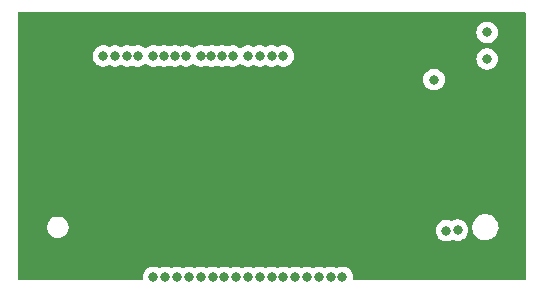
<source format=gbr>
G04 #@! TF.GenerationSoftware,KiCad,Pcbnew,6.0.7-1.fc35*
G04 #@! TF.CreationDate,2022-09-05T19:13:25-05:00*
G04 #@! TF.ProjectId,lcd-adapter,6c63642d-6164-4617-9074-65722e6b6963,rev?*
G04 #@! TF.SameCoordinates,Original*
G04 #@! TF.FileFunction,Copper,L2,Inr*
G04 #@! TF.FilePolarity,Positive*
%FSLAX46Y46*%
G04 Gerber Fmt 4.6, Leading zero omitted, Abs format (unit mm)*
G04 Created by KiCad (PCBNEW 6.0.7-1.fc35) date 2022-09-05 19:13:25*
%MOMM*%
%LPD*%
G01*
G04 APERTURE LIST*
G04 #@! TA.AperFunction,ViaPad*
%ADD10C,0.800000*%
G04 #@! TD*
G04 APERTURE END LIST*
D10*
G04 #@! TO.N,+3.3V*
X138250000Y-93750000D03*
X137300000Y-93800000D03*
G04 #@! TO.N,GND*
X134000000Y-93500000D03*
X132500000Y-84250000D03*
X132525000Y-87225000D03*
X130250000Y-93500000D03*
X106750000Y-93500000D03*
X142000000Y-82250000D03*
X129250000Y-80250000D03*
X132250000Y-93500000D03*
X135750000Y-93500000D03*
X102750000Y-76750000D03*
X111250000Y-83000000D03*
X120500000Y-93500000D03*
X140775000Y-82000000D03*
X111500000Y-76750000D03*
X102250000Y-93500000D03*
X115500000Y-76750000D03*
X109500000Y-93500000D03*
X125109500Y-93290069D03*
X107609500Y-83000000D03*
X123750000Y-76750000D03*
X136750000Y-79750000D03*
X131250000Y-85750000D03*
X125685966Y-88104499D03*
X107250000Y-76750000D03*
X105500000Y-79500000D03*
X119500000Y-76750000D03*
G04 #@! TO.N,/PIN_J24 P*
X121500000Y-79000000D03*
G04 #@! TO.N,/PIN_N19 P*
X126500000Y-97750000D03*
G04 #@! TO.N,/PIN_E21 P*
X117399503Y-79000000D03*
G04 #@! TO.N,/PIN_G25 P*
X120500000Y-97750000D03*
G04 #@! TO.N,/PIN_A23 P*
X114500000Y-97750000D03*
G04 #@! TO.N,/PIN_D26 P*
X116500000Y-97750000D03*
G04 #@! TO.N,/PIN_L22 P*
X128500000Y-97750000D03*
G04 #@! TO.N,/PIN_E25 P*
X113399503Y-79000000D03*
G04 #@! TO.N,/PIN_J21 P*
X124500000Y-97750000D03*
G04 #@! TO.N,/PIN_D23 P*
X111149503Y-79000000D03*
G04 #@! TO.N,/PIN_J26 P*
X122500000Y-97750000D03*
G04 #@! TO.N,/PIN_F22 P*
X109250000Y-79000000D03*
G04 #@! TO.N,/PIN_F25 P*
X118500000Y-97750000D03*
G04 #@! TO.N,/PIN_H21 P*
X119198509Y-79000000D03*
G04 #@! TO.N,/PIN_M24 P*
X123500000Y-79000000D03*
G04 #@! TO.N,/PIN_G22_P*
X115250000Y-79000000D03*
G04 #@! TO.N,/VLED-*
X140750000Y-77000000D03*
X140750000Y-79250000D03*
G04 #@! TO.N,/PIN_L24_N*
X122500000Y-79000000D03*
G04 #@! TO.N,/PIN_J25_N*
X120500000Y-79000000D03*
G04 #@! TO.N,/PIN_G21_N*
X118299006Y-79000000D03*
G04 #@! TO.N,/PIN_E22_N*
X116500000Y-79000000D03*
G04 #@! TO.N,/PIN_F23_N*
X114299006Y-79000000D03*
G04 #@! TO.N,/PIN_D25_N*
X112500000Y-79000000D03*
G04 #@! TO.N,/PIN_D24_N*
X110250000Y-79000000D03*
G04 #@! TO.N,/PIN_E23_N*
X108250000Y-79000000D03*
G04 #@! TO.N,/PIN_K22_N*
X127500000Y-97750000D03*
G04 #@! TO.N,/PIN_M20_N*
X125500000Y-97750000D03*
G04 #@! TO.N,/PIN_H22_N*
X123500000Y-97750000D03*
G04 #@! TO.N,/PIN_H26_N*
X121500000Y-97750000D03*
G04 #@! TO.N,/PIN_G26_N*
X119500000Y-97750000D03*
G04 #@! TO.N,/PIN_E26_N*
X117500000Y-97750000D03*
G04 #@! TO.N,/PIN_C26_N*
X115500000Y-97750000D03*
G04 #@! TO.N,/PIN_A24_N*
X113500000Y-97750000D03*
G04 #@! TO.N,/PIN_B20 P*
X112500000Y-97750000D03*
G04 #@! TO.N,/PIN_J32 N*
X136250000Y-81000000D03*
G04 #@! TD*
G04 #@! TA.AperFunction,Conductor*
G04 #@! TO.N,GND*
G36*
X143942121Y-75270002D02*
G01*
X143988614Y-75323658D01*
X144000000Y-75376000D01*
X144000000Y-97874000D01*
X143979998Y-97942121D01*
X143926342Y-97988614D01*
X143874000Y-98000000D01*
X129527165Y-98000000D01*
X129459044Y-97979998D01*
X129412551Y-97926342D01*
X129401855Y-97860831D01*
X129413504Y-97750000D01*
X129393542Y-97560072D01*
X129334527Y-97378444D01*
X129239040Y-97213056D01*
X129111253Y-97071134D01*
X129004708Y-96993724D01*
X128962094Y-96962763D01*
X128962093Y-96962762D01*
X128956752Y-96958882D01*
X128950724Y-96956198D01*
X128950722Y-96956197D01*
X128788319Y-96883891D01*
X128788318Y-96883891D01*
X128782288Y-96881206D01*
X128688887Y-96861353D01*
X128601944Y-96842872D01*
X128601939Y-96842872D01*
X128595487Y-96841500D01*
X128404513Y-96841500D01*
X128398061Y-96842872D01*
X128398056Y-96842872D01*
X128311113Y-96861353D01*
X128217712Y-96881206D01*
X128051248Y-96955320D01*
X127980882Y-96964754D01*
X127948753Y-96955320D01*
X127782288Y-96881206D01*
X127688887Y-96861353D01*
X127601944Y-96842872D01*
X127601939Y-96842872D01*
X127595487Y-96841500D01*
X127404513Y-96841500D01*
X127398061Y-96842872D01*
X127398056Y-96842872D01*
X127311113Y-96861353D01*
X127217712Y-96881206D01*
X127051248Y-96955320D01*
X126980882Y-96964754D01*
X126948753Y-96955320D01*
X126782288Y-96881206D01*
X126688887Y-96861353D01*
X126601944Y-96842872D01*
X126601939Y-96842872D01*
X126595487Y-96841500D01*
X126404513Y-96841500D01*
X126398061Y-96842872D01*
X126398056Y-96842872D01*
X126311113Y-96861353D01*
X126217712Y-96881206D01*
X126051248Y-96955320D01*
X125980882Y-96964754D01*
X125948753Y-96955320D01*
X125782288Y-96881206D01*
X125688887Y-96861353D01*
X125601944Y-96842872D01*
X125601939Y-96842872D01*
X125595487Y-96841500D01*
X125404513Y-96841500D01*
X125398061Y-96842872D01*
X125398056Y-96842872D01*
X125311113Y-96861353D01*
X125217712Y-96881206D01*
X125051248Y-96955320D01*
X124980882Y-96964754D01*
X124948753Y-96955320D01*
X124782288Y-96881206D01*
X124688887Y-96861353D01*
X124601944Y-96842872D01*
X124601939Y-96842872D01*
X124595487Y-96841500D01*
X124404513Y-96841500D01*
X124398061Y-96842872D01*
X124398056Y-96842872D01*
X124311113Y-96861353D01*
X124217712Y-96881206D01*
X124051248Y-96955320D01*
X123980882Y-96964754D01*
X123948753Y-96955320D01*
X123782288Y-96881206D01*
X123688887Y-96861353D01*
X123601944Y-96842872D01*
X123601939Y-96842872D01*
X123595487Y-96841500D01*
X123404513Y-96841500D01*
X123398061Y-96842872D01*
X123398056Y-96842872D01*
X123311113Y-96861353D01*
X123217712Y-96881206D01*
X123051248Y-96955320D01*
X122980882Y-96964754D01*
X122948753Y-96955320D01*
X122782288Y-96881206D01*
X122688887Y-96861353D01*
X122601944Y-96842872D01*
X122601939Y-96842872D01*
X122595487Y-96841500D01*
X122404513Y-96841500D01*
X122398061Y-96842872D01*
X122398056Y-96842872D01*
X122311113Y-96861353D01*
X122217712Y-96881206D01*
X122051248Y-96955320D01*
X121980882Y-96964754D01*
X121948753Y-96955320D01*
X121782288Y-96881206D01*
X121688887Y-96861353D01*
X121601944Y-96842872D01*
X121601939Y-96842872D01*
X121595487Y-96841500D01*
X121404513Y-96841500D01*
X121398061Y-96842872D01*
X121398056Y-96842872D01*
X121311113Y-96861353D01*
X121217712Y-96881206D01*
X121051248Y-96955320D01*
X120980882Y-96964754D01*
X120948753Y-96955320D01*
X120782288Y-96881206D01*
X120688887Y-96861353D01*
X120601944Y-96842872D01*
X120601939Y-96842872D01*
X120595487Y-96841500D01*
X120404513Y-96841500D01*
X120398061Y-96842872D01*
X120398056Y-96842872D01*
X120311113Y-96861353D01*
X120217712Y-96881206D01*
X120051248Y-96955320D01*
X119980882Y-96964754D01*
X119948753Y-96955320D01*
X119782288Y-96881206D01*
X119688887Y-96861353D01*
X119601944Y-96842872D01*
X119601939Y-96842872D01*
X119595487Y-96841500D01*
X119404513Y-96841500D01*
X119398061Y-96842872D01*
X119398056Y-96842872D01*
X119311113Y-96861353D01*
X119217712Y-96881206D01*
X119051248Y-96955320D01*
X118980882Y-96964754D01*
X118948753Y-96955320D01*
X118782288Y-96881206D01*
X118688887Y-96861353D01*
X118601944Y-96842872D01*
X118601939Y-96842872D01*
X118595487Y-96841500D01*
X118404513Y-96841500D01*
X118398061Y-96842872D01*
X118398056Y-96842872D01*
X118311113Y-96861353D01*
X118217712Y-96881206D01*
X118051248Y-96955320D01*
X117980882Y-96964754D01*
X117948753Y-96955320D01*
X117782288Y-96881206D01*
X117688887Y-96861353D01*
X117601944Y-96842872D01*
X117601939Y-96842872D01*
X117595487Y-96841500D01*
X117404513Y-96841500D01*
X117398061Y-96842872D01*
X117398056Y-96842872D01*
X117311113Y-96861353D01*
X117217712Y-96881206D01*
X117051248Y-96955320D01*
X116980882Y-96964754D01*
X116948753Y-96955320D01*
X116782288Y-96881206D01*
X116688887Y-96861353D01*
X116601944Y-96842872D01*
X116601939Y-96842872D01*
X116595487Y-96841500D01*
X116404513Y-96841500D01*
X116398061Y-96842872D01*
X116398056Y-96842872D01*
X116311113Y-96861353D01*
X116217712Y-96881206D01*
X116051248Y-96955320D01*
X115980882Y-96964754D01*
X115948753Y-96955320D01*
X115782288Y-96881206D01*
X115688887Y-96861353D01*
X115601944Y-96842872D01*
X115601939Y-96842872D01*
X115595487Y-96841500D01*
X115404513Y-96841500D01*
X115398061Y-96842872D01*
X115398056Y-96842872D01*
X115311113Y-96861353D01*
X115217712Y-96881206D01*
X115051248Y-96955320D01*
X114980882Y-96964754D01*
X114948753Y-96955320D01*
X114782288Y-96881206D01*
X114688887Y-96861353D01*
X114601944Y-96842872D01*
X114601939Y-96842872D01*
X114595487Y-96841500D01*
X114404513Y-96841500D01*
X114398061Y-96842872D01*
X114398056Y-96842872D01*
X114311113Y-96861353D01*
X114217712Y-96881206D01*
X114051248Y-96955320D01*
X113980882Y-96964754D01*
X113948753Y-96955320D01*
X113782288Y-96881206D01*
X113688887Y-96861353D01*
X113601944Y-96842872D01*
X113601939Y-96842872D01*
X113595487Y-96841500D01*
X113404513Y-96841500D01*
X113398061Y-96842872D01*
X113398056Y-96842872D01*
X113311113Y-96861353D01*
X113217712Y-96881206D01*
X113051248Y-96955320D01*
X112980882Y-96964754D01*
X112948753Y-96955320D01*
X112782288Y-96881206D01*
X112688887Y-96861353D01*
X112601944Y-96842872D01*
X112601939Y-96842872D01*
X112595487Y-96841500D01*
X112404513Y-96841500D01*
X112398061Y-96842872D01*
X112398056Y-96842872D01*
X112311113Y-96861353D01*
X112217712Y-96881206D01*
X112211682Y-96883891D01*
X112211681Y-96883891D01*
X112049278Y-96956197D01*
X112049276Y-96956198D01*
X112043248Y-96958882D01*
X112037907Y-96962762D01*
X112037906Y-96962763D01*
X111995292Y-96993724D01*
X111888747Y-97071134D01*
X111760960Y-97213056D01*
X111665473Y-97378444D01*
X111606458Y-97560072D01*
X111586496Y-97750000D01*
X111598145Y-97860831D01*
X111585373Y-97930667D01*
X111536871Y-97982514D01*
X111472835Y-98000000D01*
X101126000Y-98000000D01*
X101057879Y-97979998D01*
X101011386Y-97926342D01*
X101000000Y-97874000D01*
X101000000Y-93595487D01*
X103491500Y-93595487D01*
X103492872Y-93601939D01*
X103492872Y-93601944D01*
X103505792Y-93662725D01*
X103531206Y-93782288D01*
X103533891Y-93788318D01*
X103533891Y-93788319D01*
X103604187Y-93946206D01*
X103608882Y-93956752D01*
X103612762Y-93962093D01*
X103612763Y-93962094D01*
X103632986Y-93989928D01*
X103721134Y-94111253D01*
X103863056Y-94239040D01*
X104028444Y-94334527D01*
X104210072Y-94393542D01*
X104216633Y-94394232D01*
X104216635Y-94394232D01*
X104269889Y-94399829D01*
X104352390Y-94408500D01*
X104447610Y-94408500D01*
X104530111Y-94399829D01*
X104583365Y-94394232D01*
X104583367Y-94394232D01*
X104589928Y-94393542D01*
X104771556Y-94334527D01*
X104936944Y-94239040D01*
X105078866Y-94111253D01*
X105167014Y-93989928D01*
X105187237Y-93962094D01*
X105187238Y-93962093D01*
X105191118Y-93956752D01*
X105195814Y-93946206D01*
X105260908Y-93800000D01*
X136386496Y-93800000D01*
X136387186Y-93806565D01*
X136403533Y-93962094D01*
X136406458Y-93989928D01*
X136465473Y-94171556D01*
X136560960Y-94336944D01*
X136565378Y-94341851D01*
X136565379Y-94341852D01*
X136625389Y-94408500D01*
X136688747Y-94478866D01*
X136774429Y-94541118D01*
X136812580Y-94568836D01*
X136843248Y-94591118D01*
X136849276Y-94593802D01*
X136849278Y-94593803D01*
X136994591Y-94658500D01*
X137017712Y-94668794D01*
X137111113Y-94688647D01*
X137198056Y-94707128D01*
X137198061Y-94707128D01*
X137204513Y-94708500D01*
X137395487Y-94708500D01*
X137401939Y-94707128D01*
X137401944Y-94707128D01*
X137488888Y-94688647D01*
X137582288Y-94668794D01*
X137608491Y-94657128D01*
X137750719Y-94593804D01*
X137750721Y-94593803D01*
X137756752Y-94591118D01*
X137762095Y-94587236D01*
X137765159Y-94585467D01*
X137834154Y-94568729D01*
X137879408Y-94579479D01*
X137961676Y-94616107D01*
X137961679Y-94616108D01*
X137967712Y-94618794D01*
X138009340Y-94627642D01*
X138148056Y-94657128D01*
X138148061Y-94657128D01*
X138154513Y-94658500D01*
X138345487Y-94658500D01*
X138351939Y-94657128D01*
X138351944Y-94657128D01*
X138438887Y-94638647D01*
X138532288Y-94618794D01*
X138557976Y-94607357D01*
X138700722Y-94543803D01*
X138700724Y-94543802D01*
X138706752Y-94541118D01*
X138720453Y-94531164D01*
X138792434Y-94478866D01*
X138861253Y-94428866D01*
X138894896Y-94391502D01*
X138984621Y-94291852D01*
X138984622Y-94291851D01*
X138989040Y-94286944D01*
X139067431Y-94151167D01*
X139081223Y-94127279D01*
X139081224Y-94127278D01*
X139084527Y-94121556D01*
X139143542Y-93939928D01*
X139152290Y-93856701D01*
X139162814Y-93756565D01*
X139163504Y-93750000D01*
X139143542Y-93560072D01*
X139106349Y-93445604D01*
X139487787Y-93445604D01*
X139497567Y-93656899D01*
X139498971Y-93662724D01*
X139498971Y-93662725D01*
X139526230Y-93775831D01*
X139547125Y-93862534D01*
X139549607Y-93867992D01*
X139549608Y-93867996D01*
X139592392Y-93962094D01*
X139634674Y-94055087D01*
X139757054Y-94227611D01*
X139909850Y-94373881D01*
X140087548Y-94488620D01*
X140093114Y-94490863D01*
X140278168Y-94565442D01*
X140278171Y-94565443D01*
X140283737Y-94567686D01*
X140491337Y-94608228D01*
X140496899Y-94608500D01*
X140652846Y-94608500D01*
X140810566Y-94593452D01*
X141013534Y-94533908D01*
X141097111Y-94490863D01*
X141196249Y-94439804D01*
X141196252Y-94439802D01*
X141201580Y-94437058D01*
X141367920Y-94306396D01*
X141371852Y-94301865D01*
X141371855Y-94301862D01*
X141502621Y-94151167D01*
X141506552Y-94146637D01*
X141509552Y-94141451D01*
X141509555Y-94141447D01*
X141609467Y-93968742D01*
X141612473Y-93963546D01*
X141681861Y-93763729D01*
X141703189Y-93616635D01*
X141711352Y-93560336D01*
X141711352Y-93560333D01*
X141712213Y-93554396D01*
X141702433Y-93343101D01*
X141652875Y-93137466D01*
X141647683Y-93126045D01*
X141571677Y-92958882D01*
X141565326Y-92944913D01*
X141442946Y-92772389D01*
X141290150Y-92626119D01*
X141112452Y-92511380D01*
X141052354Y-92487160D01*
X140921832Y-92434558D01*
X140921829Y-92434557D01*
X140916263Y-92432314D01*
X140708663Y-92391772D01*
X140703101Y-92391500D01*
X140547154Y-92391500D01*
X140389434Y-92406548D01*
X140186466Y-92466092D01*
X140181139Y-92468836D01*
X140181138Y-92468836D01*
X140003751Y-92560196D01*
X140003748Y-92560198D01*
X139998420Y-92562942D01*
X139832080Y-92693604D01*
X139828148Y-92698135D01*
X139828145Y-92698138D01*
X139759474Y-92777275D01*
X139693448Y-92853363D01*
X139690448Y-92858549D01*
X139690445Y-92858553D01*
X139630158Y-92962763D01*
X139587527Y-93036454D01*
X139518139Y-93236271D01*
X139517278Y-93242206D01*
X139517278Y-93242208D01*
X139492788Y-93411116D01*
X139487787Y-93445604D01*
X139106349Y-93445604D01*
X139084527Y-93378444D01*
X138989040Y-93213056D01*
X138861253Y-93071134D01*
X138706752Y-92958882D01*
X138700724Y-92956198D01*
X138700722Y-92956197D01*
X138538319Y-92883891D01*
X138538318Y-92883891D01*
X138532288Y-92881206D01*
X138425715Y-92858553D01*
X138351944Y-92842872D01*
X138351939Y-92842872D01*
X138345487Y-92841500D01*
X138154513Y-92841500D01*
X138148061Y-92842872D01*
X138148056Y-92842872D01*
X138074285Y-92858553D01*
X137967712Y-92881206D01*
X137961682Y-92883891D01*
X137961681Y-92883891D01*
X137938769Y-92894092D01*
X137793248Y-92958882D01*
X137787905Y-92962764D01*
X137784841Y-92964533D01*
X137715846Y-92981271D01*
X137670592Y-92970521D01*
X137588324Y-92933893D01*
X137588321Y-92933892D01*
X137582288Y-92931206D01*
X137540660Y-92922358D01*
X137401944Y-92892872D01*
X137401939Y-92892872D01*
X137395487Y-92891500D01*
X137204513Y-92891500D01*
X137198061Y-92892872D01*
X137198056Y-92892872D01*
X137111113Y-92911353D01*
X137017712Y-92931206D01*
X137011682Y-92933891D01*
X137011681Y-92933891D01*
X136849278Y-93006197D01*
X136849276Y-93006198D01*
X136843248Y-93008882D01*
X136837907Y-93012762D01*
X136837906Y-93012763D01*
X136803300Y-93037906D01*
X136688747Y-93121134D01*
X136684326Y-93126044D01*
X136684325Y-93126045D01*
X136579732Y-93242208D01*
X136560960Y-93263056D01*
X136557659Y-93268774D01*
X136479290Y-93404513D01*
X136465473Y-93428444D01*
X136406458Y-93610072D01*
X136386496Y-93800000D01*
X105260908Y-93800000D01*
X105266109Y-93788319D01*
X105266109Y-93788318D01*
X105268794Y-93782288D01*
X105294208Y-93662725D01*
X105307128Y-93601944D01*
X105307128Y-93601939D01*
X105308500Y-93595487D01*
X105308500Y-93404513D01*
X105301743Y-93372721D01*
X105288647Y-93311112D01*
X105268794Y-93217712D01*
X105264536Y-93208148D01*
X105193803Y-93049278D01*
X105193802Y-93049276D01*
X105191118Y-93043248D01*
X105078866Y-92888747D01*
X104936944Y-92760960D01*
X104771556Y-92665473D01*
X104589928Y-92606458D01*
X104583367Y-92605768D01*
X104583365Y-92605768D01*
X104530111Y-92600171D01*
X104447610Y-92591500D01*
X104352390Y-92591500D01*
X104269889Y-92600171D01*
X104216635Y-92605768D01*
X104216633Y-92605768D01*
X104210072Y-92606458D01*
X104028444Y-92665473D01*
X103863056Y-92760960D01*
X103721134Y-92888747D01*
X103608882Y-93043248D01*
X103606198Y-93049276D01*
X103606197Y-93049278D01*
X103535464Y-93208148D01*
X103531206Y-93217712D01*
X103511353Y-93311112D01*
X103498258Y-93372721D01*
X103491500Y-93404513D01*
X103491500Y-93595487D01*
X101000000Y-93595487D01*
X101000000Y-81000000D01*
X135336496Y-81000000D01*
X135356458Y-81189928D01*
X135415473Y-81371556D01*
X135510960Y-81536944D01*
X135638747Y-81678866D01*
X135793248Y-81791118D01*
X135799276Y-81793802D01*
X135799278Y-81793803D01*
X135961681Y-81866109D01*
X135967712Y-81868794D01*
X136061113Y-81888647D01*
X136148056Y-81907128D01*
X136148061Y-81907128D01*
X136154513Y-81908500D01*
X136345487Y-81908500D01*
X136351939Y-81907128D01*
X136351944Y-81907128D01*
X136438887Y-81888647D01*
X136532288Y-81868794D01*
X136538319Y-81866109D01*
X136700722Y-81793803D01*
X136700724Y-81793802D01*
X136706752Y-81791118D01*
X136861253Y-81678866D01*
X136989040Y-81536944D01*
X137084527Y-81371556D01*
X137143542Y-81189928D01*
X137163504Y-81000000D01*
X137143542Y-80810072D01*
X137084527Y-80628444D01*
X136989040Y-80463056D01*
X136861253Y-80321134D01*
X136706752Y-80208882D01*
X136700724Y-80206198D01*
X136700722Y-80206197D01*
X136538319Y-80133891D01*
X136538318Y-80133891D01*
X136532288Y-80131206D01*
X136438888Y-80111353D01*
X136351944Y-80092872D01*
X136351939Y-80092872D01*
X136345487Y-80091500D01*
X136154513Y-80091500D01*
X136148061Y-80092872D01*
X136148056Y-80092872D01*
X136061112Y-80111353D01*
X135967712Y-80131206D01*
X135961682Y-80133891D01*
X135961681Y-80133891D01*
X135799278Y-80206197D01*
X135799276Y-80206198D01*
X135793248Y-80208882D01*
X135638747Y-80321134D01*
X135510960Y-80463056D01*
X135415473Y-80628444D01*
X135356458Y-80810072D01*
X135336496Y-81000000D01*
X101000000Y-81000000D01*
X101000000Y-79000000D01*
X107336496Y-79000000D01*
X107337186Y-79006565D01*
X107343500Y-79066635D01*
X107356458Y-79189928D01*
X107415473Y-79371556D01*
X107510960Y-79536944D01*
X107638747Y-79678866D01*
X107673316Y-79703982D01*
X107750000Y-79759696D01*
X107793248Y-79791118D01*
X107799276Y-79793802D01*
X107799278Y-79793803D01*
X107961679Y-79866108D01*
X107967712Y-79868794D01*
X108061113Y-79888647D01*
X108148056Y-79907128D01*
X108148061Y-79907128D01*
X108154513Y-79908500D01*
X108345487Y-79908500D01*
X108351939Y-79907128D01*
X108351944Y-79907128D01*
X108438887Y-79888647D01*
X108532288Y-79868794D01*
X108698752Y-79794680D01*
X108769118Y-79785246D01*
X108801247Y-79794680D01*
X108967712Y-79868794D01*
X109061113Y-79888647D01*
X109148056Y-79907128D01*
X109148061Y-79907128D01*
X109154513Y-79908500D01*
X109345487Y-79908500D01*
X109351939Y-79907128D01*
X109351944Y-79907128D01*
X109438887Y-79888647D01*
X109532288Y-79868794D01*
X109698752Y-79794680D01*
X109769118Y-79785246D01*
X109801247Y-79794680D01*
X109967712Y-79868794D01*
X110061113Y-79888647D01*
X110148056Y-79907128D01*
X110148061Y-79907128D01*
X110154513Y-79908500D01*
X110345487Y-79908500D01*
X110351939Y-79907128D01*
X110351944Y-79907128D01*
X110490660Y-79877642D01*
X110532288Y-79868794D01*
X110648504Y-79817052D01*
X110718869Y-79807618D01*
X110751000Y-79817052D01*
X110867215Y-79868794D01*
X110960616Y-79888647D01*
X111047559Y-79907128D01*
X111047564Y-79907128D01*
X111054016Y-79908500D01*
X111244990Y-79908500D01*
X111251442Y-79907128D01*
X111251447Y-79907128D01*
X111338390Y-79888647D01*
X111431791Y-79868794D01*
X111437824Y-79866108D01*
X111600225Y-79793803D01*
X111600227Y-79793802D01*
X111606255Y-79791118D01*
X111649504Y-79759696D01*
X111726187Y-79703982D01*
X111750691Y-79686179D01*
X111817557Y-79662321D01*
X111886709Y-79678401D01*
X111898812Y-79686179D01*
X112024503Y-79777499D01*
X112043248Y-79791118D01*
X112049276Y-79793802D01*
X112049278Y-79793803D01*
X112211679Y-79866108D01*
X112217712Y-79868794D01*
X112311113Y-79888647D01*
X112398056Y-79907128D01*
X112398061Y-79907128D01*
X112404513Y-79908500D01*
X112595487Y-79908500D01*
X112601939Y-79907128D01*
X112601944Y-79907128D01*
X112740660Y-79877642D01*
X112782288Y-79868794D01*
X112898504Y-79817052D01*
X112968869Y-79807618D01*
X113001000Y-79817052D01*
X113117215Y-79868794D01*
X113210616Y-79888647D01*
X113297559Y-79907128D01*
X113297564Y-79907128D01*
X113304016Y-79908500D01*
X113494990Y-79908500D01*
X113501442Y-79907128D01*
X113501447Y-79907128D01*
X113640163Y-79877642D01*
X113681791Y-79868794D01*
X113798007Y-79817052D01*
X113868372Y-79807618D01*
X113900503Y-79817052D01*
X114016718Y-79868794D01*
X114110119Y-79888647D01*
X114197062Y-79907128D01*
X114197067Y-79907128D01*
X114203519Y-79908500D01*
X114394493Y-79908500D01*
X114400945Y-79907128D01*
X114400950Y-79907128D01*
X114487893Y-79888647D01*
X114581294Y-79868794D01*
X114587321Y-79866111D01*
X114587329Y-79866108D01*
X114723255Y-79805590D01*
X114793622Y-79796156D01*
X114825751Y-79805590D01*
X114961677Y-79866108D01*
X114961685Y-79866111D01*
X114967712Y-79868794D01*
X115061113Y-79888647D01*
X115148056Y-79907128D01*
X115148061Y-79907128D01*
X115154513Y-79908500D01*
X115345487Y-79908500D01*
X115351939Y-79907128D01*
X115351944Y-79907128D01*
X115438887Y-79888647D01*
X115532288Y-79868794D01*
X115538321Y-79866108D01*
X115700722Y-79793803D01*
X115700724Y-79793802D01*
X115706752Y-79791118D01*
X115750001Y-79759696D01*
X115800939Y-79722687D01*
X115867807Y-79698828D01*
X115936958Y-79714909D01*
X115949061Y-79722687D01*
X116000000Y-79759696D01*
X116043248Y-79791118D01*
X116049276Y-79793802D01*
X116049278Y-79793803D01*
X116211679Y-79866108D01*
X116217712Y-79868794D01*
X116311113Y-79888647D01*
X116398056Y-79907128D01*
X116398061Y-79907128D01*
X116404513Y-79908500D01*
X116595487Y-79908500D01*
X116601939Y-79907128D01*
X116601944Y-79907128D01*
X116740660Y-79877642D01*
X116782288Y-79868794D01*
X116898504Y-79817052D01*
X116968869Y-79807618D01*
X117001000Y-79817052D01*
X117117215Y-79868794D01*
X117210616Y-79888647D01*
X117297559Y-79907128D01*
X117297564Y-79907128D01*
X117304016Y-79908500D01*
X117494990Y-79908500D01*
X117501442Y-79907128D01*
X117501447Y-79907128D01*
X117640163Y-79877642D01*
X117681791Y-79868794D01*
X117798007Y-79817052D01*
X117868372Y-79807618D01*
X117900503Y-79817052D01*
X118016718Y-79868794D01*
X118110119Y-79888647D01*
X118197062Y-79907128D01*
X118197067Y-79907128D01*
X118203519Y-79908500D01*
X118394493Y-79908500D01*
X118400945Y-79907128D01*
X118400950Y-79907128D01*
X118539666Y-79877642D01*
X118581294Y-79868794D01*
X118697510Y-79817052D01*
X118767875Y-79807618D01*
X118800006Y-79817052D01*
X118916221Y-79868794D01*
X119009622Y-79888647D01*
X119096565Y-79907128D01*
X119096570Y-79907128D01*
X119103022Y-79908500D01*
X119293996Y-79908500D01*
X119300448Y-79907128D01*
X119300453Y-79907128D01*
X119387396Y-79888647D01*
X119480797Y-79868794D01*
X119486830Y-79866108D01*
X119649231Y-79793803D01*
X119649233Y-79793802D01*
X119655261Y-79791118D01*
X119698510Y-79759696D01*
X119775193Y-79703982D01*
X119842061Y-79680124D01*
X119911212Y-79696204D01*
X119923315Y-79703982D01*
X120024503Y-79777499D01*
X120043248Y-79791118D01*
X120049276Y-79793802D01*
X120049278Y-79793803D01*
X120211679Y-79866108D01*
X120217712Y-79868794D01*
X120311113Y-79888647D01*
X120398056Y-79907128D01*
X120398061Y-79907128D01*
X120404513Y-79908500D01*
X120595487Y-79908500D01*
X120601939Y-79907128D01*
X120601944Y-79907128D01*
X120688887Y-79888647D01*
X120782288Y-79868794D01*
X120948752Y-79794680D01*
X121019118Y-79785246D01*
X121051247Y-79794680D01*
X121217712Y-79868794D01*
X121311113Y-79888647D01*
X121398056Y-79907128D01*
X121398061Y-79907128D01*
X121404513Y-79908500D01*
X121595487Y-79908500D01*
X121601939Y-79907128D01*
X121601944Y-79907128D01*
X121688887Y-79888647D01*
X121782288Y-79868794D01*
X121948752Y-79794680D01*
X122019118Y-79785246D01*
X122051247Y-79794680D01*
X122217712Y-79868794D01*
X122311113Y-79888647D01*
X122398056Y-79907128D01*
X122398061Y-79907128D01*
X122404513Y-79908500D01*
X122595487Y-79908500D01*
X122601939Y-79907128D01*
X122601944Y-79907128D01*
X122688887Y-79888647D01*
X122782288Y-79868794D01*
X122948752Y-79794680D01*
X123019118Y-79785246D01*
X123051247Y-79794680D01*
X123217712Y-79868794D01*
X123311113Y-79888647D01*
X123398056Y-79907128D01*
X123398061Y-79907128D01*
X123404513Y-79908500D01*
X123595487Y-79908500D01*
X123601939Y-79907128D01*
X123601944Y-79907128D01*
X123688887Y-79888647D01*
X123782288Y-79868794D01*
X123788321Y-79866108D01*
X123950722Y-79793803D01*
X123950724Y-79793802D01*
X123956752Y-79791118D01*
X124000001Y-79759696D01*
X124076684Y-79703982D01*
X124111253Y-79678866D01*
X124239040Y-79536944D01*
X124334527Y-79371556D01*
X124374023Y-79250000D01*
X139836496Y-79250000D01*
X139856458Y-79439928D01*
X139915473Y-79621556D01*
X140010960Y-79786944D01*
X140015378Y-79791851D01*
X140015379Y-79791852D01*
X140082240Y-79866109D01*
X140138747Y-79928866D01*
X140293248Y-80041118D01*
X140299276Y-80043802D01*
X140299278Y-80043803D01*
X140406408Y-80091500D01*
X140467712Y-80118794D01*
X140561112Y-80138647D01*
X140648056Y-80157128D01*
X140648061Y-80157128D01*
X140654513Y-80158500D01*
X140845487Y-80158500D01*
X140851939Y-80157128D01*
X140851944Y-80157128D01*
X140938888Y-80138647D01*
X141032288Y-80118794D01*
X141093592Y-80091500D01*
X141200722Y-80043803D01*
X141200724Y-80043802D01*
X141206752Y-80041118D01*
X141361253Y-79928866D01*
X141417760Y-79866109D01*
X141484621Y-79791852D01*
X141484622Y-79791851D01*
X141489040Y-79786944D01*
X141584527Y-79621556D01*
X141643542Y-79439928D01*
X141663504Y-79250000D01*
X141657190Y-79189928D01*
X141644232Y-79066635D01*
X141644232Y-79066633D01*
X141643542Y-79060072D01*
X141584527Y-78878444D01*
X141489040Y-78713056D01*
X141361253Y-78571134D01*
X141206752Y-78458882D01*
X141200724Y-78456198D01*
X141200722Y-78456197D01*
X141038319Y-78383891D01*
X141038318Y-78383891D01*
X141032288Y-78381206D01*
X140938888Y-78361353D01*
X140851944Y-78342872D01*
X140851939Y-78342872D01*
X140845487Y-78341500D01*
X140654513Y-78341500D01*
X140648061Y-78342872D01*
X140648056Y-78342872D01*
X140561112Y-78361353D01*
X140467712Y-78381206D01*
X140461682Y-78383891D01*
X140461681Y-78383891D01*
X140299278Y-78456197D01*
X140299276Y-78456198D01*
X140293248Y-78458882D01*
X140138747Y-78571134D01*
X140010960Y-78713056D01*
X139915473Y-78878444D01*
X139856458Y-79060072D01*
X139855768Y-79066633D01*
X139855768Y-79066635D01*
X139842810Y-79189928D01*
X139836496Y-79250000D01*
X124374023Y-79250000D01*
X124393542Y-79189928D01*
X124406501Y-79066635D01*
X124412814Y-79006565D01*
X124413504Y-79000000D01*
X124393542Y-78810072D01*
X124334527Y-78628444D01*
X124239040Y-78463056D01*
X124111253Y-78321134D01*
X124012157Y-78249136D01*
X123962094Y-78212763D01*
X123962093Y-78212762D01*
X123956752Y-78208882D01*
X123950724Y-78206198D01*
X123950722Y-78206197D01*
X123788319Y-78133891D01*
X123788318Y-78133891D01*
X123782288Y-78131206D01*
X123688888Y-78111353D01*
X123601944Y-78092872D01*
X123601939Y-78092872D01*
X123595487Y-78091500D01*
X123404513Y-78091500D01*
X123398061Y-78092872D01*
X123398056Y-78092872D01*
X123311112Y-78111353D01*
X123217712Y-78131206D01*
X123051248Y-78205320D01*
X122980882Y-78214754D01*
X122948753Y-78205320D01*
X122782288Y-78131206D01*
X122688888Y-78111353D01*
X122601944Y-78092872D01*
X122601939Y-78092872D01*
X122595487Y-78091500D01*
X122404513Y-78091500D01*
X122398061Y-78092872D01*
X122398056Y-78092872D01*
X122311112Y-78111353D01*
X122217712Y-78131206D01*
X122051248Y-78205320D01*
X121980882Y-78214754D01*
X121948753Y-78205320D01*
X121782288Y-78131206D01*
X121688888Y-78111353D01*
X121601944Y-78092872D01*
X121601939Y-78092872D01*
X121595487Y-78091500D01*
X121404513Y-78091500D01*
X121398061Y-78092872D01*
X121398056Y-78092872D01*
X121311112Y-78111353D01*
X121217712Y-78131206D01*
X121051248Y-78205320D01*
X120980882Y-78214754D01*
X120948753Y-78205320D01*
X120782288Y-78131206D01*
X120688888Y-78111353D01*
X120601944Y-78092872D01*
X120601939Y-78092872D01*
X120595487Y-78091500D01*
X120404513Y-78091500D01*
X120398061Y-78092872D01*
X120398056Y-78092872D01*
X120311112Y-78111353D01*
X120217712Y-78131206D01*
X120211682Y-78133891D01*
X120211681Y-78133891D01*
X120049278Y-78206197D01*
X120049276Y-78206198D01*
X120043248Y-78208882D01*
X120037907Y-78212762D01*
X120037906Y-78212763D01*
X119923315Y-78296018D01*
X119856447Y-78319877D01*
X119787295Y-78303796D01*
X119775193Y-78296018D01*
X119660603Y-78212763D01*
X119660602Y-78212762D01*
X119655261Y-78208882D01*
X119649233Y-78206198D01*
X119649231Y-78206197D01*
X119486828Y-78133891D01*
X119486827Y-78133891D01*
X119480797Y-78131206D01*
X119387397Y-78111353D01*
X119300453Y-78092872D01*
X119300448Y-78092872D01*
X119293996Y-78091500D01*
X119103022Y-78091500D01*
X119096570Y-78092872D01*
X119096565Y-78092872D01*
X118957849Y-78122358D01*
X118916221Y-78131206D01*
X118800005Y-78182948D01*
X118729640Y-78192382D01*
X118697509Y-78182948D01*
X118587325Y-78133891D01*
X118587324Y-78133891D01*
X118581294Y-78131206D01*
X118487894Y-78111353D01*
X118400950Y-78092872D01*
X118400945Y-78092872D01*
X118394493Y-78091500D01*
X118203519Y-78091500D01*
X118197067Y-78092872D01*
X118197062Y-78092872D01*
X118058346Y-78122358D01*
X118016718Y-78131206D01*
X117900502Y-78182948D01*
X117830137Y-78192382D01*
X117798006Y-78182948D01*
X117687822Y-78133891D01*
X117687821Y-78133891D01*
X117681791Y-78131206D01*
X117588391Y-78111353D01*
X117501447Y-78092872D01*
X117501442Y-78092872D01*
X117494990Y-78091500D01*
X117304016Y-78091500D01*
X117297564Y-78092872D01*
X117297559Y-78092872D01*
X117158843Y-78122358D01*
X117117215Y-78131206D01*
X117000999Y-78182948D01*
X116930634Y-78192382D01*
X116898503Y-78182948D01*
X116788319Y-78133891D01*
X116788318Y-78133891D01*
X116782288Y-78131206D01*
X116688888Y-78111353D01*
X116601944Y-78092872D01*
X116601939Y-78092872D01*
X116595487Y-78091500D01*
X116404513Y-78091500D01*
X116398061Y-78092872D01*
X116398056Y-78092872D01*
X116311112Y-78111353D01*
X116217712Y-78131206D01*
X116211682Y-78133891D01*
X116211681Y-78133891D01*
X116049278Y-78206197D01*
X116049276Y-78206198D01*
X116043248Y-78208882D01*
X116037907Y-78212762D01*
X116037906Y-78212763D01*
X115949061Y-78277313D01*
X115882193Y-78301172D01*
X115813042Y-78285091D01*
X115800939Y-78277313D01*
X115712094Y-78212763D01*
X115712093Y-78212762D01*
X115706752Y-78208882D01*
X115700724Y-78206198D01*
X115700722Y-78206197D01*
X115538319Y-78133891D01*
X115538318Y-78133891D01*
X115532288Y-78131206D01*
X115438888Y-78111353D01*
X115351944Y-78092872D01*
X115351939Y-78092872D01*
X115345487Y-78091500D01*
X115154513Y-78091500D01*
X115148061Y-78092872D01*
X115148056Y-78092872D01*
X115061112Y-78111353D01*
X114967712Y-78131206D01*
X114961685Y-78133889D01*
X114961677Y-78133892D01*
X114825751Y-78194410D01*
X114755384Y-78203844D01*
X114723255Y-78194410D01*
X114587329Y-78133892D01*
X114587321Y-78133889D01*
X114581294Y-78131206D01*
X114487894Y-78111353D01*
X114400950Y-78092872D01*
X114400945Y-78092872D01*
X114394493Y-78091500D01*
X114203519Y-78091500D01*
X114197067Y-78092872D01*
X114197062Y-78092872D01*
X114058346Y-78122358D01*
X114016718Y-78131206D01*
X113900502Y-78182948D01*
X113830137Y-78192382D01*
X113798006Y-78182948D01*
X113687822Y-78133891D01*
X113687821Y-78133891D01*
X113681791Y-78131206D01*
X113588391Y-78111353D01*
X113501447Y-78092872D01*
X113501442Y-78092872D01*
X113494990Y-78091500D01*
X113304016Y-78091500D01*
X113297564Y-78092872D01*
X113297559Y-78092872D01*
X113158843Y-78122358D01*
X113117215Y-78131206D01*
X113000999Y-78182948D01*
X112930634Y-78192382D01*
X112898503Y-78182948D01*
X112788319Y-78133891D01*
X112788318Y-78133891D01*
X112782288Y-78131206D01*
X112688888Y-78111353D01*
X112601944Y-78092872D01*
X112601939Y-78092872D01*
X112595487Y-78091500D01*
X112404513Y-78091500D01*
X112398061Y-78092872D01*
X112398056Y-78092872D01*
X112311112Y-78111353D01*
X112217712Y-78131206D01*
X112211682Y-78133891D01*
X112211681Y-78133891D01*
X112049278Y-78206197D01*
X112049276Y-78206198D01*
X112043248Y-78208882D01*
X112037907Y-78212762D01*
X112037906Y-78212763D01*
X111898812Y-78313821D01*
X111831944Y-78337680D01*
X111762793Y-78321599D01*
X111750695Y-78313824D01*
X111658347Y-78246729D01*
X111611597Y-78212763D01*
X111611596Y-78212762D01*
X111606255Y-78208882D01*
X111600227Y-78206198D01*
X111600225Y-78206197D01*
X111437822Y-78133891D01*
X111437821Y-78133891D01*
X111431791Y-78131206D01*
X111338391Y-78111353D01*
X111251447Y-78092872D01*
X111251442Y-78092872D01*
X111244990Y-78091500D01*
X111054016Y-78091500D01*
X111047564Y-78092872D01*
X111047559Y-78092872D01*
X110908843Y-78122358D01*
X110867215Y-78131206D01*
X110750999Y-78182948D01*
X110680634Y-78192382D01*
X110648503Y-78182948D01*
X110538319Y-78133891D01*
X110538318Y-78133891D01*
X110532288Y-78131206D01*
X110438888Y-78111353D01*
X110351944Y-78092872D01*
X110351939Y-78092872D01*
X110345487Y-78091500D01*
X110154513Y-78091500D01*
X110148061Y-78092872D01*
X110148056Y-78092872D01*
X110061112Y-78111353D01*
X109967712Y-78131206D01*
X109801248Y-78205320D01*
X109730882Y-78214754D01*
X109698753Y-78205320D01*
X109532288Y-78131206D01*
X109438888Y-78111353D01*
X109351944Y-78092872D01*
X109351939Y-78092872D01*
X109345487Y-78091500D01*
X109154513Y-78091500D01*
X109148061Y-78092872D01*
X109148056Y-78092872D01*
X109061112Y-78111353D01*
X108967712Y-78131206D01*
X108801248Y-78205320D01*
X108730882Y-78214754D01*
X108698753Y-78205320D01*
X108532288Y-78131206D01*
X108438888Y-78111353D01*
X108351944Y-78092872D01*
X108351939Y-78092872D01*
X108345487Y-78091500D01*
X108154513Y-78091500D01*
X108148061Y-78092872D01*
X108148056Y-78092872D01*
X108061112Y-78111353D01*
X107967712Y-78131206D01*
X107961682Y-78133891D01*
X107961681Y-78133891D01*
X107799278Y-78206197D01*
X107799276Y-78206198D01*
X107793248Y-78208882D01*
X107787907Y-78212762D01*
X107787906Y-78212763D01*
X107737843Y-78249136D01*
X107638747Y-78321134D01*
X107510960Y-78463056D01*
X107415473Y-78628444D01*
X107356458Y-78810072D01*
X107336496Y-79000000D01*
X101000000Y-79000000D01*
X101000000Y-77000000D01*
X139836496Y-77000000D01*
X139856458Y-77189928D01*
X139915473Y-77371556D01*
X140010960Y-77536944D01*
X140138747Y-77678866D01*
X140293248Y-77791118D01*
X140299276Y-77793802D01*
X140299278Y-77793803D01*
X140461681Y-77866109D01*
X140467712Y-77868794D01*
X140561113Y-77888647D01*
X140648056Y-77907128D01*
X140648061Y-77907128D01*
X140654513Y-77908500D01*
X140845487Y-77908500D01*
X140851939Y-77907128D01*
X140851944Y-77907128D01*
X140938887Y-77888647D01*
X141032288Y-77868794D01*
X141038319Y-77866109D01*
X141200722Y-77793803D01*
X141200724Y-77793802D01*
X141206752Y-77791118D01*
X141361253Y-77678866D01*
X141489040Y-77536944D01*
X141584527Y-77371556D01*
X141643542Y-77189928D01*
X141663504Y-77000000D01*
X141643542Y-76810072D01*
X141584527Y-76628444D01*
X141489040Y-76463056D01*
X141361253Y-76321134D01*
X141206752Y-76208882D01*
X141200724Y-76206198D01*
X141200722Y-76206197D01*
X141038319Y-76133891D01*
X141038318Y-76133891D01*
X141032288Y-76131206D01*
X140938888Y-76111353D01*
X140851944Y-76092872D01*
X140851939Y-76092872D01*
X140845487Y-76091500D01*
X140654513Y-76091500D01*
X140648061Y-76092872D01*
X140648056Y-76092872D01*
X140561112Y-76111353D01*
X140467712Y-76131206D01*
X140461682Y-76133891D01*
X140461681Y-76133891D01*
X140299278Y-76206197D01*
X140299276Y-76206198D01*
X140293248Y-76208882D01*
X140138747Y-76321134D01*
X140010960Y-76463056D01*
X139915473Y-76628444D01*
X139856458Y-76810072D01*
X139836496Y-77000000D01*
X101000000Y-77000000D01*
X101000000Y-75376000D01*
X101020002Y-75307879D01*
X101073658Y-75261386D01*
X101126000Y-75250000D01*
X143874000Y-75250000D01*
X143942121Y-75270002D01*
G37*
G04 #@! TD.AperFunction*
G04 #@! TD*
M02*

</source>
